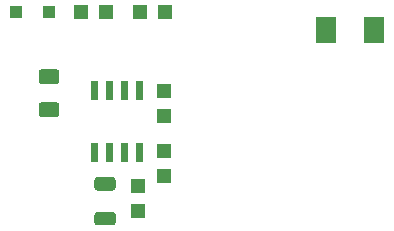
<source format=gbr>
%TF.GenerationSoftware,KiCad,Pcbnew,(5.1.12)-1*%
%TF.CreationDate,2022-05-04T12:53:07+05:30*%
%TF.ProjectId,5V3.5W,3556332e-3557-42e6-9b69-6361645f7063,rev?*%
%TF.SameCoordinates,Original*%
%TF.FileFunction,Paste,Bot*%
%TF.FilePolarity,Positive*%
%FSLAX46Y46*%
G04 Gerber Fmt 4.6, Leading zero omitted, Abs format (unit mm)*
G04 Created by KiCad (PCBNEW (5.1.12)-1) date 2022-05-04 12:53:07*
%MOMM*%
%LPD*%
G01*
G04 APERTURE LIST*
%ADD10R,1.100000X1.100000*%
%ADD11R,1.200000X1.200000*%
%ADD12R,1.800860X2.199640*%
G04 APERTURE END LIST*
%TO.C,C3*%
G36*
G01*
X104099999Y-153200000D02*
X105400001Y-153200000D01*
G75*
G02*
X105650000Y-153449999I0J-249999D01*
G01*
X105650000Y-154100001D01*
G75*
G02*
X105400001Y-154350000I-249999J0D01*
G01*
X104099999Y-154350000D01*
G75*
G02*
X103850000Y-154100001I0J249999D01*
G01*
X103850000Y-153449999D01*
G75*
G02*
X104099999Y-153200000I249999J0D01*
G01*
G37*
G36*
G01*
X104099999Y-156150000D02*
X105400001Y-156150000D01*
G75*
G02*
X105650000Y-156399999I0J-249999D01*
G01*
X105650000Y-157050001D01*
G75*
G02*
X105400001Y-157300000I-249999J0D01*
G01*
X104099999Y-157300000D01*
G75*
G02*
X103850000Y-157050001I0J249999D01*
G01*
X103850000Y-156399999D01*
G75*
G02*
X104099999Y-156150000I249999J0D01*
G01*
G37*
%TD*%
D10*
%TO.C,D2*%
X97200000Y-139250000D03*
X100000000Y-139250000D03*
%TD*%
%TO.C,F1*%
G36*
G01*
X99375000Y-144075000D02*
X100625000Y-144075000D01*
G75*
G02*
X100875000Y-144325000I0J-250000D01*
G01*
X100875000Y-145075000D01*
G75*
G02*
X100625000Y-145325000I-250000J0D01*
G01*
X99375000Y-145325000D01*
G75*
G02*
X99125000Y-145075000I0J250000D01*
G01*
X99125000Y-144325000D01*
G75*
G02*
X99375000Y-144075000I250000J0D01*
G01*
G37*
G36*
G01*
X99375000Y-146875000D02*
X100625000Y-146875000D01*
G75*
G02*
X100875000Y-147125000I0J-250000D01*
G01*
X100875000Y-147875000D01*
G75*
G02*
X100625000Y-148125000I-250000J0D01*
G01*
X99375000Y-148125000D01*
G75*
G02*
X99125000Y-147875000I0J250000D01*
G01*
X99125000Y-147125000D01*
G75*
G02*
X99375000Y-146875000I250000J0D01*
G01*
G37*
%TD*%
%TO.C,OPT1*%
G36*
G01*
X107908700Y-151955000D02*
X107401300Y-151955000D01*
G75*
G02*
X107360000Y-151913700I0J41300D01*
G01*
X107360000Y-150356300D01*
G75*
G02*
X107401300Y-150315000I41300J0D01*
G01*
X107908700Y-150315000D01*
G75*
G02*
X107950000Y-150356300I0J-41300D01*
G01*
X107950000Y-151913700D01*
G75*
G02*
X107908700Y-151955000I-41300J0D01*
G01*
G37*
G36*
G01*
X106638700Y-151955000D02*
X106131300Y-151955000D01*
G75*
G02*
X106090000Y-151913700I0J41300D01*
G01*
X106090000Y-150356300D01*
G75*
G02*
X106131300Y-150315000I41300J0D01*
G01*
X106638700Y-150315000D01*
G75*
G02*
X106680000Y-150356300I0J-41300D01*
G01*
X106680000Y-151913700D01*
G75*
G02*
X106638700Y-151955000I-41300J0D01*
G01*
G37*
G36*
G01*
X105368700Y-151955000D02*
X104861300Y-151955000D01*
G75*
G02*
X104820000Y-151913700I0J41300D01*
G01*
X104820000Y-150356300D01*
G75*
G02*
X104861300Y-150315000I41300J0D01*
G01*
X105368700Y-150315000D01*
G75*
G02*
X105410000Y-150356300I0J-41300D01*
G01*
X105410000Y-151913700D01*
G75*
G02*
X105368700Y-151955000I-41300J0D01*
G01*
G37*
G36*
G01*
X104098700Y-151955000D02*
X103591300Y-151955000D01*
G75*
G02*
X103550000Y-151913700I0J41300D01*
G01*
X103550000Y-150356300D01*
G75*
G02*
X103591300Y-150315000I41300J0D01*
G01*
X104098700Y-150315000D01*
G75*
G02*
X104140000Y-150356300I0J-41300D01*
G01*
X104140000Y-151913700D01*
G75*
G02*
X104098700Y-151955000I-41300J0D01*
G01*
G37*
G36*
G01*
X104098700Y-146685000D02*
X103591300Y-146685000D01*
G75*
G02*
X103550000Y-146643700I0J41300D01*
G01*
X103550000Y-145086300D01*
G75*
G02*
X103591300Y-145045000I41300J0D01*
G01*
X104098700Y-145045000D01*
G75*
G02*
X104140000Y-145086300I0J-41300D01*
G01*
X104140000Y-146643700D01*
G75*
G02*
X104098700Y-146685000I-41300J0D01*
G01*
G37*
G36*
G01*
X105368700Y-146685000D02*
X104861300Y-146685000D01*
G75*
G02*
X104820000Y-146643700I0J41300D01*
G01*
X104820000Y-145086300D01*
G75*
G02*
X104861300Y-145045000I41300J0D01*
G01*
X105368700Y-145045000D01*
G75*
G02*
X105410000Y-145086300I0J-41300D01*
G01*
X105410000Y-146643700D01*
G75*
G02*
X105368700Y-146685000I-41300J0D01*
G01*
G37*
G36*
G01*
X106638700Y-146685000D02*
X106131300Y-146685000D01*
G75*
G02*
X106090000Y-146643700I0J41300D01*
G01*
X106090000Y-145086300D01*
G75*
G02*
X106131300Y-145045000I41300J0D01*
G01*
X106638700Y-145045000D01*
G75*
G02*
X106680000Y-145086300I0J-41300D01*
G01*
X106680000Y-146643700D01*
G75*
G02*
X106638700Y-146685000I-41300J0D01*
G01*
G37*
G36*
G01*
X107908700Y-146685000D02*
X107401300Y-146685000D01*
G75*
G02*
X107360000Y-146643700I0J41300D01*
G01*
X107360000Y-145086300D01*
G75*
G02*
X107401300Y-145045000I41300J0D01*
G01*
X107908700Y-145045000D01*
G75*
G02*
X107950000Y-145086300I0J-41300D01*
G01*
X107950000Y-146643700D01*
G75*
G02*
X107908700Y-146685000I-41300J0D01*
G01*
G37*
%TD*%
D11*
%TO.C,R3*%
X109750000Y-151000000D03*
X109750000Y-153100000D03*
%TD*%
%TO.C,R4*%
X107500000Y-156050000D03*
X107500000Y-153950000D03*
%TD*%
%TO.C,R5*%
X109850000Y-139250000D03*
X107750000Y-139250000D03*
%TD*%
%TO.C,R6*%
X102700000Y-139250000D03*
X104800000Y-139250000D03*
%TD*%
D12*
%TO.C,D3*%
X127506600Y-140750000D03*
X123493400Y-140750000D03*
%TD*%
D11*
%TO.C,R2*%
X109750000Y-145950000D03*
X109750000Y-148050000D03*
%TD*%
M02*

</source>
